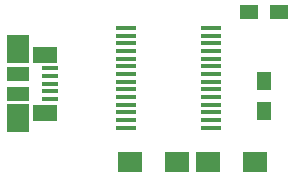
<source format=gtp>
G04 #@! TF.FileFunction,Paste,Top*
%FSLAX46Y46*%
G04 Gerber Fmt 4.6, Leading zero omitted, Abs format (unit mm)*
G04 Created by KiCad (PCBNEW 4.0.6) date 10/22/17 19:33:14*
%MOMM*%
%LPD*%
G01*
G04 APERTURE LIST*
%ADD10C,0.100000*%
%ADD11R,1.500000X1.250000*%
%ADD12R,1.250000X1.500000*%
%ADD13R,2.000000X1.700000*%
%ADD14R,1.380000X0.450000*%
%ADD15R,2.100000X1.475000*%
%ADD16R,1.900000X2.375000*%
%ADD17R,1.900000X1.175000*%
%ADD18R,1.750000X0.450000*%
G04 APERTURE END LIST*
D10*
D11*
X137902000Y-88900000D03*
X135402000Y-88900000D03*
D12*
X136652000Y-94762000D03*
X136652000Y-97262000D03*
D13*
X131858000Y-101600000D03*
X135858000Y-101600000D03*
X125254000Y-101600000D03*
X129254000Y-101600000D03*
D14*
X118484000Y-93696000D03*
X118484000Y-94346000D03*
X118484000Y-94996000D03*
X118484000Y-95646000D03*
X118484000Y-96296000D03*
D15*
X118124000Y-92533500D03*
X118124000Y-97458500D03*
D16*
X115824000Y-92086000D03*
X115824000Y-97906000D03*
D17*
X115824000Y-94156000D03*
X115824000Y-95836000D03*
D18*
X124924000Y-90263000D03*
X124924000Y-90913000D03*
X124924000Y-91563000D03*
X124924000Y-92213000D03*
X124924000Y-92863000D03*
X124924000Y-93513000D03*
X124924000Y-94163000D03*
X124924000Y-94813000D03*
X124924000Y-95463000D03*
X124924000Y-96113000D03*
X124924000Y-96763000D03*
X124924000Y-97413000D03*
X124924000Y-98063000D03*
X124924000Y-98713000D03*
X132124000Y-98713000D03*
X132124000Y-98063000D03*
X132124000Y-97413000D03*
X132124000Y-96763000D03*
X132124000Y-96113000D03*
X132124000Y-95463000D03*
X132124000Y-94813000D03*
X132124000Y-94163000D03*
X132124000Y-93513000D03*
X132124000Y-92863000D03*
X132124000Y-92213000D03*
X132124000Y-91563000D03*
X132124000Y-90913000D03*
X132124000Y-90263000D03*
M02*

</source>
